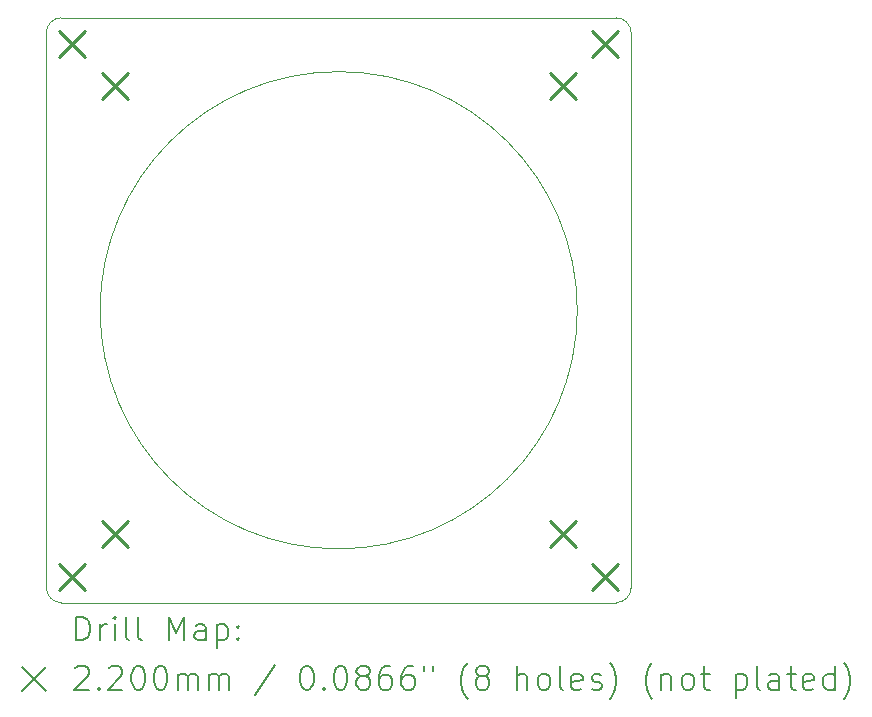
<source format=gbr>
%TF.GenerationSoftware,KiCad,Pcbnew,7.0.5*%
%TF.CreationDate,2024-08-05T01:16:22+08:00*%
%TF.ProjectId,TPS,5450532e-6b69-4636-9164-5f7063625858,rev?*%
%TF.SameCoordinates,Original*%
%TF.FileFunction,Drillmap*%
%TF.FilePolarity,Positive*%
%FSLAX45Y45*%
G04 Gerber Fmt 4.5, Leading zero omitted, Abs format (unit mm)*
G04 Created by KiCad (PCBNEW 7.0.5) date 2024-08-05 01:16:22*
%MOMM*%
%LPD*%
G01*
G04 APERTURE LIST*
%ADD10C,0.100000*%
%ADD11C,0.120000*%
%ADD12C,0.200000*%
%ADD13C,0.220000*%
G04 APERTURE END LIST*
D10*
X8341800Y-8044300D02*
G75*
G03*
X8341800Y-8044300I-2020000J0D01*
G01*
D11*
X8670500Y-5568600D02*
X3973100Y-5568600D01*
X3846100Y-10393000D02*
G75*
G03*
X3973100Y-10520000I127000J0D01*
G01*
X3973100Y-5568600D02*
G75*
G03*
X3846100Y-5695600I0J-127000D01*
G01*
X8797500Y-10393000D02*
X8797500Y-5695600D01*
X8670500Y-10520000D02*
X3973100Y-10520000D01*
X3846100Y-5695600D02*
X3846100Y-10393000D01*
X8670500Y-10520000D02*
G75*
G03*
X8797500Y-10393000I0J127000D01*
G01*
X8797500Y-5695600D02*
G75*
G03*
X8670500Y-5568600I-127000J0D01*
G01*
D12*
D13*
X3956100Y-5678600D02*
X4176100Y-5898600D01*
X4176100Y-5678600D02*
X3956100Y-5898600D01*
X3956100Y-10190000D02*
X4176100Y-10410000D01*
X4176100Y-10190000D02*
X3956100Y-10410000D01*
X4316100Y-6038600D02*
X4536100Y-6258600D01*
X4536100Y-6038600D02*
X4316100Y-6258600D01*
X4316100Y-9830000D02*
X4536100Y-10050000D01*
X4536100Y-9830000D02*
X4316100Y-10050000D01*
X8107500Y-6038600D02*
X8327500Y-6258600D01*
X8327500Y-6038600D02*
X8107500Y-6258600D01*
X8107500Y-9830000D02*
X8327500Y-10050000D01*
X8327500Y-9830000D02*
X8107500Y-10050000D01*
X8467500Y-5678600D02*
X8687500Y-5898600D01*
X8687500Y-5678600D02*
X8467500Y-5898600D01*
X8467500Y-10190000D02*
X8687500Y-10410000D01*
X8687500Y-10190000D02*
X8467500Y-10410000D01*
D12*
X4100877Y-10837484D02*
X4100877Y-10637484D01*
X4100877Y-10637484D02*
X4148496Y-10637484D01*
X4148496Y-10637484D02*
X4177067Y-10647008D01*
X4177067Y-10647008D02*
X4196115Y-10666055D01*
X4196115Y-10666055D02*
X4205639Y-10685103D01*
X4205639Y-10685103D02*
X4215163Y-10723198D01*
X4215163Y-10723198D02*
X4215163Y-10751770D01*
X4215163Y-10751770D02*
X4205639Y-10789865D01*
X4205639Y-10789865D02*
X4196115Y-10808912D01*
X4196115Y-10808912D02*
X4177067Y-10827960D01*
X4177067Y-10827960D02*
X4148496Y-10837484D01*
X4148496Y-10837484D02*
X4100877Y-10837484D01*
X4300877Y-10837484D02*
X4300877Y-10704150D01*
X4300877Y-10742246D02*
X4310401Y-10723198D01*
X4310401Y-10723198D02*
X4319924Y-10713674D01*
X4319924Y-10713674D02*
X4338972Y-10704150D01*
X4338972Y-10704150D02*
X4358020Y-10704150D01*
X4424686Y-10837484D02*
X4424686Y-10704150D01*
X4424686Y-10637484D02*
X4415163Y-10647008D01*
X4415163Y-10647008D02*
X4424686Y-10656531D01*
X4424686Y-10656531D02*
X4434210Y-10647008D01*
X4434210Y-10647008D02*
X4424686Y-10637484D01*
X4424686Y-10637484D02*
X4424686Y-10656531D01*
X4548496Y-10837484D02*
X4529448Y-10827960D01*
X4529448Y-10827960D02*
X4519924Y-10808912D01*
X4519924Y-10808912D02*
X4519924Y-10637484D01*
X4653258Y-10837484D02*
X4634210Y-10827960D01*
X4634210Y-10827960D02*
X4624686Y-10808912D01*
X4624686Y-10808912D02*
X4624686Y-10637484D01*
X4881829Y-10837484D02*
X4881829Y-10637484D01*
X4881829Y-10637484D02*
X4948496Y-10780341D01*
X4948496Y-10780341D02*
X5015163Y-10637484D01*
X5015163Y-10637484D02*
X5015163Y-10837484D01*
X5196115Y-10837484D02*
X5196115Y-10732722D01*
X5196115Y-10732722D02*
X5186591Y-10713674D01*
X5186591Y-10713674D02*
X5167544Y-10704150D01*
X5167544Y-10704150D02*
X5129448Y-10704150D01*
X5129448Y-10704150D02*
X5110401Y-10713674D01*
X5196115Y-10827960D02*
X5177067Y-10837484D01*
X5177067Y-10837484D02*
X5129448Y-10837484D01*
X5129448Y-10837484D02*
X5110401Y-10827960D01*
X5110401Y-10827960D02*
X5100877Y-10808912D01*
X5100877Y-10808912D02*
X5100877Y-10789865D01*
X5100877Y-10789865D02*
X5110401Y-10770817D01*
X5110401Y-10770817D02*
X5129448Y-10761293D01*
X5129448Y-10761293D02*
X5177067Y-10761293D01*
X5177067Y-10761293D02*
X5196115Y-10751770D01*
X5291353Y-10704150D02*
X5291353Y-10904150D01*
X5291353Y-10713674D02*
X5310401Y-10704150D01*
X5310401Y-10704150D02*
X5348496Y-10704150D01*
X5348496Y-10704150D02*
X5367544Y-10713674D01*
X5367544Y-10713674D02*
X5377067Y-10723198D01*
X5377067Y-10723198D02*
X5386591Y-10742246D01*
X5386591Y-10742246D02*
X5386591Y-10799389D01*
X5386591Y-10799389D02*
X5377067Y-10818436D01*
X5377067Y-10818436D02*
X5367544Y-10827960D01*
X5367544Y-10827960D02*
X5348496Y-10837484D01*
X5348496Y-10837484D02*
X5310401Y-10837484D01*
X5310401Y-10837484D02*
X5291353Y-10827960D01*
X5472305Y-10818436D02*
X5481829Y-10827960D01*
X5481829Y-10827960D02*
X5472305Y-10837484D01*
X5472305Y-10837484D02*
X5462782Y-10827960D01*
X5462782Y-10827960D02*
X5472305Y-10818436D01*
X5472305Y-10818436D02*
X5472305Y-10837484D01*
X5472305Y-10713674D02*
X5481829Y-10723198D01*
X5481829Y-10723198D02*
X5472305Y-10732722D01*
X5472305Y-10732722D02*
X5462782Y-10723198D01*
X5462782Y-10723198D02*
X5472305Y-10713674D01*
X5472305Y-10713674D02*
X5472305Y-10732722D01*
X3640100Y-11066000D02*
X3840100Y-11266000D01*
X3840100Y-11066000D02*
X3640100Y-11266000D01*
X4091353Y-11076531D02*
X4100877Y-11067008D01*
X4100877Y-11067008D02*
X4119924Y-11057484D01*
X4119924Y-11057484D02*
X4167543Y-11057484D01*
X4167543Y-11057484D02*
X4186591Y-11067008D01*
X4186591Y-11067008D02*
X4196115Y-11076531D01*
X4196115Y-11076531D02*
X4205639Y-11095579D01*
X4205639Y-11095579D02*
X4205639Y-11114627D01*
X4205639Y-11114627D02*
X4196115Y-11143198D01*
X4196115Y-11143198D02*
X4081829Y-11257484D01*
X4081829Y-11257484D02*
X4205639Y-11257484D01*
X4291353Y-11238436D02*
X4300877Y-11247960D01*
X4300877Y-11247960D02*
X4291353Y-11257484D01*
X4291353Y-11257484D02*
X4281829Y-11247960D01*
X4281829Y-11247960D02*
X4291353Y-11238436D01*
X4291353Y-11238436D02*
X4291353Y-11257484D01*
X4377067Y-11076531D02*
X4386591Y-11067008D01*
X4386591Y-11067008D02*
X4405639Y-11057484D01*
X4405639Y-11057484D02*
X4453258Y-11057484D01*
X4453258Y-11057484D02*
X4472305Y-11067008D01*
X4472305Y-11067008D02*
X4481829Y-11076531D01*
X4481829Y-11076531D02*
X4491353Y-11095579D01*
X4491353Y-11095579D02*
X4491353Y-11114627D01*
X4491353Y-11114627D02*
X4481829Y-11143198D01*
X4481829Y-11143198D02*
X4367544Y-11257484D01*
X4367544Y-11257484D02*
X4491353Y-11257484D01*
X4615163Y-11057484D02*
X4634210Y-11057484D01*
X4634210Y-11057484D02*
X4653258Y-11067008D01*
X4653258Y-11067008D02*
X4662782Y-11076531D01*
X4662782Y-11076531D02*
X4672305Y-11095579D01*
X4672305Y-11095579D02*
X4681829Y-11133674D01*
X4681829Y-11133674D02*
X4681829Y-11181293D01*
X4681829Y-11181293D02*
X4672305Y-11219388D01*
X4672305Y-11219388D02*
X4662782Y-11238436D01*
X4662782Y-11238436D02*
X4653258Y-11247960D01*
X4653258Y-11247960D02*
X4634210Y-11257484D01*
X4634210Y-11257484D02*
X4615163Y-11257484D01*
X4615163Y-11257484D02*
X4596115Y-11247960D01*
X4596115Y-11247960D02*
X4586591Y-11238436D01*
X4586591Y-11238436D02*
X4577067Y-11219388D01*
X4577067Y-11219388D02*
X4567544Y-11181293D01*
X4567544Y-11181293D02*
X4567544Y-11133674D01*
X4567544Y-11133674D02*
X4577067Y-11095579D01*
X4577067Y-11095579D02*
X4586591Y-11076531D01*
X4586591Y-11076531D02*
X4596115Y-11067008D01*
X4596115Y-11067008D02*
X4615163Y-11057484D01*
X4805639Y-11057484D02*
X4824686Y-11057484D01*
X4824686Y-11057484D02*
X4843734Y-11067008D01*
X4843734Y-11067008D02*
X4853258Y-11076531D01*
X4853258Y-11076531D02*
X4862782Y-11095579D01*
X4862782Y-11095579D02*
X4872305Y-11133674D01*
X4872305Y-11133674D02*
X4872305Y-11181293D01*
X4872305Y-11181293D02*
X4862782Y-11219388D01*
X4862782Y-11219388D02*
X4853258Y-11238436D01*
X4853258Y-11238436D02*
X4843734Y-11247960D01*
X4843734Y-11247960D02*
X4824686Y-11257484D01*
X4824686Y-11257484D02*
X4805639Y-11257484D01*
X4805639Y-11257484D02*
X4786591Y-11247960D01*
X4786591Y-11247960D02*
X4777067Y-11238436D01*
X4777067Y-11238436D02*
X4767544Y-11219388D01*
X4767544Y-11219388D02*
X4758020Y-11181293D01*
X4758020Y-11181293D02*
X4758020Y-11133674D01*
X4758020Y-11133674D02*
X4767544Y-11095579D01*
X4767544Y-11095579D02*
X4777067Y-11076531D01*
X4777067Y-11076531D02*
X4786591Y-11067008D01*
X4786591Y-11067008D02*
X4805639Y-11057484D01*
X4958020Y-11257484D02*
X4958020Y-11124150D01*
X4958020Y-11143198D02*
X4967544Y-11133674D01*
X4967544Y-11133674D02*
X4986591Y-11124150D01*
X4986591Y-11124150D02*
X5015163Y-11124150D01*
X5015163Y-11124150D02*
X5034210Y-11133674D01*
X5034210Y-11133674D02*
X5043734Y-11152722D01*
X5043734Y-11152722D02*
X5043734Y-11257484D01*
X5043734Y-11152722D02*
X5053258Y-11133674D01*
X5053258Y-11133674D02*
X5072305Y-11124150D01*
X5072305Y-11124150D02*
X5100877Y-11124150D01*
X5100877Y-11124150D02*
X5119925Y-11133674D01*
X5119925Y-11133674D02*
X5129448Y-11152722D01*
X5129448Y-11152722D02*
X5129448Y-11257484D01*
X5224686Y-11257484D02*
X5224686Y-11124150D01*
X5224686Y-11143198D02*
X5234210Y-11133674D01*
X5234210Y-11133674D02*
X5253258Y-11124150D01*
X5253258Y-11124150D02*
X5281829Y-11124150D01*
X5281829Y-11124150D02*
X5300877Y-11133674D01*
X5300877Y-11133674D02*
X5310401Y-11152722D01*
X5310401Y-11152722D02*
X5310401Y-11257484D01*
X5310401Y-11152722D02*
X5319925Y-11133674D01*
X5319925Y-11133674D02*
X5338972Y-11124150D01*
X5338972Y-11124150D02*
X5367544Y-11124150D01*
X5367544Y-11124150D02*
X5386591Y-11133674D01*
X5386591Y-11133674D02*
X5396115Y-11152722D01*
X5396115Y-11152722D02*
X5396115Y-11257484D01*
X5786591Y-11047960D02*
X5615163Y-11305103D01*
X6043734Y-11057484D02*
X6062782Y-11057484D01*
X6062782Y-11057484D02*
X6081829Y-11067008D01*
X6081829Y-11067008D02*
X6091353Y-11076531D01*
X6091353Y-11076531D02*
X6100877Y-11095579D01*
X6100877Y-11095579D02*
X6110401Y-11133674D01*
X6110401Y-11133674D02*
X6110401Y-11181293D01*
X6110401Y-11181293D02*
X6100877Y-11219388D01*
X6100877Y-11219388D02*
X6091353Y-11238436D01*
X6091353Y-11238436D02*
X6081829Y-11247960D01*
X6081829Y-11247960D02*
X6062782Y-11257484D01*
X6062782Y-11257484D02*
X6043734Y-11257484D01*
X6043734Y-11257484D02*
X6024686Y-11247960D01*
X6024686Y-11247960D02*
X6015163Y-11238436D01*
X6015163Y-11238436D02*
X6005639Y-11219388D01*
X6005639Y-11219388D02*
X5996115Y-11181293D01*
X5996115Y-11181293D02*
X5996115Y-11133674D01*
X5996115Y-11133674D02*
X6005639Y-11095579D01*
X6005639Y-11095579D02*
X6015163Y-11076531D01*
X6015163Y-11076531D02*
X6024686Y-11067008D01*
X6024686Y-11067008D02*
X6043734Y-11057484D01*
X6196115Y-11238436D02*
X6205639Y-11247960D01*
X6205639Y-11247960D02*
X6196115Y-11257484D01*
X6196115Y-11257484D02*
X6186591Y-11247960D01*
X6186591Y-11247960D02*
X6196115Y-11238436D01*
X6196115Y-11238436D02*
X6196115Y-11257484D01*
X6329448Y-11057484D02*
X6348496Y-11057484D01*
X6348496Y-11057484D02*
X6367544Y-11067008D01*
X6367544Y-11067008D02*
X6377067Y-11076531D01*
X6377067Y-11076531D02*
X6386591Y-11095579D01*
X6386591Y-11095579D02*
X6396115Y-11133674D01*
X6396115Y-11133674D02*
X6396115Y-11181293D01*
X6396115Y-11181293D02*
X6386591Y-11219388D01*
X6386591Y-11219388D02*
X6377067Y-11238436D01*
X6377067Y-11238436D02*
X6367544Y-11247960D01*
X6367544Y-11247960D02*
X6348496Y-11257484D01*
X6348496Y-11257484D02*
X6329448Y-11257484D01*
X6329448Y-11257484D02*
X6310401Y-11247960D01*
X6310401Y-11247960D02*
X6300877Y-11238436D01*
X6300877Y-11238436D02*
X6291353Y-11219388D01*
X6291353Y-11219388D02*
X6281829Y-11181293D01*
X6281829Y-11181293D02*
X6281829Y-11133674D01*
X6281829Y-11133674D02*
X6291353Y-11095579D01*
X6291353Y-11095579D02*
X6300877Y-11076531D01*
X6300877Y-11076531D02*
X6310401Y-11067008D01*
X6310401Y-11067008D02*
X6329448Y-11057484D01*
X6510401Y-11143198D02*
X6491353Y-11133674D01*
X6491353Y-11133674D02*
X6481829Y-11124150D01*
X6481829Y-11124150D02*
X6472306Y-11105103D01*
X6472306Y-11105103D02*
X6472306Y-11095579D01*
X6472306Y-11095579D02*
X6481829Y-11076531D01*
X6481829Y-11076531D02*
X6491353Y-11067008D01*
X6491353Y-11067008D02*
X6510401Y-11057484D01*
X6510401Y-11057484D02*
X6548496Y-11057484D01*
X6548496Y-11057484D02*
X6567544Y-11067008D01*
X6567544Y-11067008D02*
X6577067Y-11076531D01*
X6577067Y-11076531D02*
X6586591Y-11095579D01*
X6586591Y-11095579D02*
X6586591Y-11105103D01*
X6586591Y-11105103D02*
X6577067Y-11124150D01*
X6577067Y-11124150D02*
X6567544Y-11133674D01*
X6567544Y-11133674D02*
X6548496Y-11143198D01*
X6548496Y-11143198D02*
X6510401Y-11143198D01*
X6510401Y-11143198D02*
X6491353Y-11152722D01*
X6491353Y-11152722D02*
X6481829Y-11162246D01*
X6481829Y-11162246D02*
X6472306Y-11181293D01*
X6472306Y-11181293D02*
X6472306Y-11219388D01*
X6472306Y-11219388D02*
X6481829Y-11238436D01*
X6481829Y-11238436D02*
X6491353Y-11247960D01*
X6491353Y-11247960D02*
X6510401Y-11257484D01*
X6510401Y-11257484D02*
X6548496Y-11257484D01*
X6548496Y-11257484D02*
X6567544Y-11247960D01*
X6567544Y-11247960D02*
X6577067Y-11238436D01*
X6577067Y-11238436D02*
X6586591Y-11219388D01*
X6586591Y-11219388D02*
X6586591Y-11181293D01*
X6586591Y-11181293D02*
X6577067Y-11162246D01*
X6577067Y-11162246D02*
X6567544Y-11152722D01*
X6567544Y-11152722D02*
X6548496Y-11143198D01*
X6758020Y-11057484D02*
X6719925Y-11057484D01*
X6719925Y-11057484D02*
X6700877Y-11067008D01*
X6700877Y-11067008D02*
X6691353Y-11076531D01*
X6691353Y-11076531D02*
X6672306Y-11105103D01*
X6672306Y-11105103D02*
X6662782Y-11143198D01*
X6662782Y-11143198D02*
X6662782Y-11219388D01*
X6662782Y-11219388D02*
X6672306Y-11238436D01*
X6672306Y-11238436D02*
X6681829Y-11247960D01*
X6681829Y-11247960D02*
X6700877Y-11257484D01*
X6700877Y-11257484D02*
X6738972Y-11257484D01*
X6738972Y-11257484D02*
X6758020Y-11247960D01*
X6758020Y-11247960D02*
X6767544Y-11238436D01*
X6767544Y-11238436D02*
X6777067Y-11219388D01*
X6777067Y-11219388D02*
X6777067Y-11171770D01*
X6777067Y-11171770D02*
X6767544Y-11152722D01*
X6767544Y-11152722D02*
X6758020Y-11143198D01*
X6758020Y-11143198D02*
X6738972Y-11133674D01*
X6738972Y-11133674D02*
X6700877Y-11133674D01*
X6700877Y-11133674D02*
X6681829Y-11143198D01*
X6681829Y-11143198D02*
X6672306Y-11152722D01*
X6672306Y-11152722D02*
X6662782Y-11171770D01*
X6948496Y-11057484D02*
X6910401Y-11057484D01*
X6910401Y-11057484D02*
X6891353Y-11067008D01*
X6891353Y-11067008D02*
X6881829Y-11076531D01*
X6881829Y-11076531D02*
X6862782Y-11105103D01*
X6862782Y-11105103D02*
X6853258Y-11143198D01*
X6853258Y-11143198D02*
X6853258Y-11219388D01*
X6853258Y-11219388D02*
X6862782Y-11238436D01*
X6862782Y-11238436D02*
X6872306Y-11247960D01*
X6872306Y-11247960D02*
X6891353Y-11257484D01*
X6891353Y-11257484D02*
X6929448Y-11257484D01*
X6929448Y-11257484D02*
X6948496Y-11247960D01*
X6948496Y-11247960D02*
X6958020Y-11238436D01*
X6958020Y-11238436D02*
X6967544Y-11219388D01*
X6967544Y-11219388D02*
X6967544Y-11171770D01*
X6967544Y-11171770D02*
X6958020Y-11152722D01*
X6958020Y-11152722D02*
X6948496Y-11143198D01*
X6948496Y-11143198D02*
X6929448Y-11133674D01*
X6929448Y-11133674D02*
X6891353Y-11133674D01*
X6891353Y-11133674D02*
X6872306Y-11143198D01*
X6872306Y-11143198D02*
X6862782Y-11152722D01*
X6862782Y-11152722D02*
X6853258Y-11171770D01*
X7043734Y-11057484D02*
X7043734Y-11095579D01*
X7119925Y-11057484D02*
X7119925Y-11095579D01*
X7415163Y-11333674D02*
X7405639Y-11324150D01*
X7405639Y-11324150D02*
X7386591Y-11295579D01*
X7386591Y-11295579D02*
X7377068Y-11276531D01*
X7377068Y-11276531D02*
X7367544Y-11247960D01*
X7367544Y-11247960D02*
X7358020Y-11200341D01*
X7358020Y-11200341D02*
X7358020Y-11162246D01*
X7358020Y-11162246D02*
X7367544Y-11114627D01*
X7367544Y-11114627D02*
X7377068Y-11086055D01*
X7377068Y-11086055D02*
X7386591Y-11067008D01*
X7386591Y-11067008D02*
X7405639Y-11038436D01*
X7405639Y-11038436D02*
X7415163Y-11028912D01*
X7519925Y-11143198D02*
X7500877Y-11133674D01*
X7500877Y-11133674D02*
X7491353Y-11124150D01*
X7491353Y-11124150D02*
X7481829Y-11105103D01*
X7481829Y-11105103D02*
X7481829Y-11095579D01*
X7481829Y-11095579D02*
X7491353Y-11076531D01*
X7491353Y-11076531D02*
X7500877Y-11067008D01*
X7500877Y-11067008D02*
X7519925Y-11057484D01*
X7519925Y-11057484D02*
X7558020Y-11057484D01*
X7558020Y-11057484D02*
X7577068Y-11067008D01*
X7577068Y-11067008D02*
X7586591Y-11076531D01*
X7586591Y-11076531D02*
X7596115Y-11095579D01*
X7596115Y-11095579D02*
X7596115Y-11105103D01*
X7596115Y-11105103D02*
X7586591Y-11124150D01*
X7586591Y-11124150D02*
X7577068Y-11133674D01*
X7577068Y-11133674D02*
X7558020Y-11143198D01*
X7558020Y-11143198D02*
X7519925Y-11143198D01*
X7519925Y-11143198D02*
X7500877Y-11152722D01*
X7500877Y-11152722D02*
X7491353Y-11162246D01*
X7491353Y-11162246D02*
X7481829Y-11181293D01*
X7481829Y-11181293D02*
X7481829Y-11219388D01*
X7481829Y-11219388D02*
X7491353Y-11238436D01*
X7491353Y-11238436D02*
X7500877Y-11247960D01*
X7500877Y-11247960D02*
X7519925Y-11257484D01*
X7519925Y-11257484D02*
X7558020Y-11257484D01*
X7558020Y-11257484D02*
X7577068Y-11247960D01*
X7577068Y-11247960D02*
X7586591Y-11238436D01*
X7586591Y-11238436D02*
X7596115Y-11219388D01*
X7596115Y-11219388D02*
X7596115Y-11181293D01*
X7596115Y-11181293D02*
X7586591Y-11162246D01*
X7586591Y-11162246D02*
X7577068Y-11152722D01*
X7577068Y-11152722D02*
X7558020Y-11143198D01*
X7834210Y-11257484D02*
X7834210Y-11057484D01*
X7919925Y-11257484D02*
X7919925Y-11152722D01*
X7919925Y-11152722D02*
X7910401Y-11133674D01*
X7910401Y-11133674D02*
X7891353Y-11124150D01*
X7891353Y-11124150D02*
X7862782Y-11124150D01*
X7862782Y-11124150D02*
X7843734Y-11133674D01*
X7843734Y-11133674D02*
X7834210Y-11143198D01*
X8043734Y-11257484D02*
X8024687Y-11247960D01*
X8024687Y-11247960D02*
X8015163Y-11238436D01*
X8015163Y-11238436D02*
X8005639Y-11219388D01*
X8005639Y-11219388D02*
X8005639Y-11162246D01*
X8005639Y-11162246D02*
X8015163Y-11143198D01*
X8015163Y-11143198D02*
X8024687Y-11133674D01*
X8024687Y-11133674D02*
X8043734Y-11124150D01*
X8043734Y-11124150D02*
X8072306Y-11124150D01*
X8072306Y-11124150D02*
X8091353Y-11133674D01*
X8091353Y-11133674D02*
X8100877Y-11143198D01*
X8100877Y-11143198D02*
X8110401Y-11162246D01*
X8110401Y-11162246D02*
X8110401Y-11219388D01*
X8110401Y-11219388D02*
X8100877Y-11238436D01*
X8100877Y-11238436D02*
X8091353Y-11247960D01*
X8091353Y-11247960D02*
X8072306Y-11257484D01*
X8072306Y-11257484D02*
X8043734Y-11257484D01*
X8224687Y-11257484D02*
X8205639Y-11247960D01*
X8205639Y-11247960D02*
X8196115Y-11228912D01*
X8196115Y-11228912D02*
X8196115Y-11057484D01*
X8377068Y-11247960D02*
X8358020Y-11257484D01*
X8358020Y-11257484D02*
X8319925Y-11257484D01*
X8319925Y-11257484D02*
X8300877Y-11247960D01*
X8300877Y-11247960D02*
X8291353Y-11228912D01*
X8291353Y-11228912D02*
X8291353Y-11152722D01*
X8291353Y-11152722D02*
X8300877Y-11133674D01*
X8300877Y-11133674D02*
X8319925Y-11124150D01*
X8319925Y-11124150D02*
X8358020Y-11124150D01*
X8358020Y-11124150D02*
X8377068Y-11133674D01*
X8377068Y-11133674D02*
X8386591Y-11152722D01*
X8386591Y-11152722D02*
X8386591Y-11171770D01*
X8386591Y-11171770D02*
X8291353Y-11190817D01*
X8462782Y-11247960D02*
X8481830Y-11257484D01*
X8481830Y-11257484D02*
X8519925Y-11257484D01*
X8519925Y-11257484D02*
X8538973Y-11247960D01*
X8538973Y-11247960D02*
X8548496Y-11228912D01*
X8548496Y-11228912D02*
X8548496Y-11219388D01*
X8548496Y-11219388D02*
X8538973Y-11200341D01*
X8538973Y-11200341D02*
X8519925Y-11190817D01*
X8519925Y-11190817D02*
X8491353Y-11190817D01*
X8491353Y-11190817D02*
X8472306Y-11181293D01*
X8472306Y-11181293D02*
X8462782Y-11162246D01*
X8462782Y-11162246D02*
X8462782Y-11152722D01*
X8462782Y-11152722D02*
X8472306Y-11133674D01*
X8472306Y-11133674D02*
X8491353Y-11124150D01*
X8491353Y-11124150D02*
X8519925Y-11124150D01*
X8519925Y-11124150D02*
X8538973Y-11133674D01*
X8615163Y-11333674D02*
X8624687Y-11324150D01*
X8624687Y-11324150D02*
X8643734Y-11295579D01*
X8643734Y-11295579D02*
X8653258Y-11276531D01*
X8653258Y-11276531D02*
X8662782Y-11247960D01*
X8662782Y-11247960D02*
X8672306Y-11200341D01*
X8672306Y-11200341D02*
X8672306Y-11162246D01*
X8672306Y-11162246D02*
X8662782Y-11114627D01*
X8662782Y-11114627D02*
X8653258Y-11086055D01*
X8653258Y-11086055D02*
X8643734Y-11067008D01*
X8643734Y-11067008D02*
X8624687Y-11038436D01*
X8624687Y-11038436D02*
X8615163Y-11028912D01*
X8977068Y-11333674D02*
X8967544Y-11324150D01*
X8967544Y-11324150D02*
X8948496Y-11295579D01*
X8948496Y-11295579D02*
X8938973Y-11276531D01*
X8938973Y-11276531D02*
X8929449Y-11247960D01*
X8929449Y-11247960D02*
X8919925Y-11200341D01*
X8919925Y-11200341D02*
X8919925Y-11162246D01*
X8919925Y-11162246D02*
X8929449Y-11114627D01*
X8929449Y-11114627D02*
X8938973Y-11086055D01*
X8938973Y-11086055D02*
X8948496Y-11067008D01*
X8948496Y-11067008D02*
X8967544Y-11038436D01*
X8967544Y-11038436D02*
X8977068Y-11028912D01*
X9053258Y-11124150D02*
X9053258Y-11257484D01*
X9053258Y-11143198D02*
X9062782Y-11133674D01*
X9062782Y-11133674D02*
X9081830Y-11124150D01*
X9081830Y-11124150D02*
X9110401Y-11124150D01*
X9110401Y-11124150D02*
X9129449Y-11133674D01*
X9129449Y-11133674D02*
X9138973Y-11152722D01*
X9138973Y-11152722D02*
X9138973Y-11257484D01*
X9262782Y-11257484D02*
X9243734Y-11247960D01*
X9243734Y-11247960D02*
X9234211Y-11238436D01*
X9234211Y-11238436D02*
X9224687Y-11219388D01*
X9224687Y-11219388D02*
X9224687Y-11162246D01*
X9224687Y-11162246D02*
X9234211Y-11143198D01*
X9234211Y-11143198D02*
X9243734Y-11133674D01*
X9243734Y-11133674D02*
X9262782Y-11124150D01*
X9262782Y-11124150D02*
X9291354Y-11124150D01*
X9291354Y-11124150D02*
X9310401Y-11133674D01*
X9310401Y-11133674D02*
X9319925Y-11143198D01*
X9319925Y-11143198D02*
X9329449Y-11162246D01*
X9329449Y-11162246D02*
X9329449Y-11219388D01*
X9329449Y-11219388D02*
X9319925Y-11238436D01*
X9319925Y-11238436D02*
X9310401Y-11247960D01*
X9310401Y-11247960D02*
X9291354Y-11257484D01*
X9291354Y-11257484D02*
X9262782Y-11257484D01*
X9386592Y-11124150D02*
X9462782Y-11124150D01*
X9415163Y-11057484D02*
X9415163Y-11228912D01*
X9415163Y-11228912D02*
X9424687Y-11247960D01*
X9424687Y-11247960D02*
X9443734Y-11257484D01*
X9443734Y-11257484D02*
X9462782Y-11257484D01*
X9681830Y-11124150D02*
X9681830Y-11324150D01*
X9681830Y-11133674D02*
X9700877Y-11124150D01*
X9700877Y-11124150D02*
X9738973Y-11124150D01*
X9738973Y-11124150D02*
X9758020Y-11133674D01*
X9758020Y-11133674D02*
X9767544Y-11143198D01*
X9767544Y-11143198D02*
X9777068Y-11162246D01*
X9777068Y-11162246D02*
X9777068Y-11219388D01*
X9777068Y-11219388D02*
X9767544Y-11238436D01*
X9767544Y-11238436D02*
X9758020Y-11247960D01*
X9758020Y-11247960D02*
X9738973Y-11257484D01*
X9738973Y-11257484D02*
X9700877Y-11257484D01*
X9700877Y-11257484D02*
X9681830Y-11247960D01*
X9891354Y-11257484D02*
X9872306Y-11247960D01*
X9872306Y-11247960D02*
X9862782Y-11228912D01*
X9862782Y-11228912D02*
X9862782Y-11057484D01*
X10053258Y-11257484D02*
X10053258Y-11152722D01*
X10053258Y-11152722D02*
X10043735Y-11133674D01*
X10043735Y-11133674D02*
X10024687Y-11124150D01*
X10024687Y-11124150D02*
X9986592Y-11124150D01*
X9986592Y-11124150D02*
X9967544Y-11133674D01*
X10053258Y-11247960D02*
X10034211Y-11257484D01*
X10034211Y-11257484D02*
X9986592Y-11257484D01*
X9986592Y-11257484D02*
X9967544Y-11247960D01*
X9967544Y-11247960D02*
X9958020Y-11228912D01*
X9958020Y-11228912D02*
X9958020Y-11209865D01*
X9958020Y-11209865D02*
X9967544Y-11190817D01*
X9967544Y-11190817D02*
X9986592Y-11181293D01*
X9986592Y-11181293D02*
X10034211Y-11181293D01*
X10034211Y-11181293D02*
X10053258Y-11171770D01*
X10119925Y-11124150D02*
X10196115Y-11124150D01*
X10148496Y-11057484D02*
X10148496Y-11228912D01*
X10148496Y-11228912D02*
X10158020Y-11247960D01*
X10158020Y-11247960D02*
X10177068Y-11257484D01*
X10177068Y-11257484D02*
X10196115Y-11257484D01*
X10338973Y-11247960D02*
X10319925Y-11257484D01*
X10319925Y-11257484D02*
X10281830Y-11257484D01*
X10281830Y-11257484D02*
X10262782Y-11247960D01*
X10262782Y-11247960D02*
X10253258Y-11228912D01*
X10253258Y-11228912D02*
X10253258Y-11152722D01*
X10253258Y-11152722D02*
X10262782Y-11133674D01*
X10262782Y-11133674D02*
X10281830Y-11124150D01*
X10281830Y-11124150D02*
X10319925Y-11124150D01*
X10319925Y-11124150D02*
X10338973Y-11133674D01*
X10338973Y-11133674D02*
X10348496Y-11152722D01*
X10348496Y-11152722D02*
X10348496Y-11171770D01*
X10348496Y-11171770D02*
X10253258Y-11190817D01*
X10519925Y-11257484D02*
X10519925Y-11057484D01*
X10519925Y-11247960D02*
X10500877Y-11257484D01*
X10500877Y-11257484D02*
X10462782Y-11257484D01*
X10462782Y-11257484D02*
X10443735Y-11247960D01*
X10443735Y-11247960D02*
X10434211Y-11238436D01*
X10434211Y-11238436D02*
X10424687Y-11219388D01*
X10424687Y-11219388D02*
X10424687Y-11162246D01*
X10424687Y-11162246D02*
X10434211Y-11143198D01*
X10434211Y-11143198D02*
X10443735Y-11133674D01*
X10443735Y-11133674D02*
X10462782Y-11124150D01*
X10462782Y-11124150D02*
X10500877Y-11124150D01*
X10500877Y-11124150D02*
X10519925Y-11133674D01*
X10596116Y-11333674D02*
X10605639Y-11324150D01*
X10605639Y-11324150D02*
X10624687Y-11295579D01*
X10624687Y-11295579D02*
X10634211Y-11276531D01*
X10634211Y-11276531D02*
X10643735Y-11247960D01*
X10643735Y-11247960D02*
X10653258Y-11200341D01*
X10653258Y-11200341D02*
X10653258Y-11162246D01*
X10653258Y-11162246D02*
X10643735Y-11114627D01*
X10643735Y-11114627D02*
X10634211Y-11086055D01*
X10634211Y-11086055D02*
X10624687Y-11067008D01*
X10624687Y-11067008D02*
X10605639Y-11038436D01*
X10605639Y-11038436D02*
X10596116Y-11028912D01*
M02*

</source>
